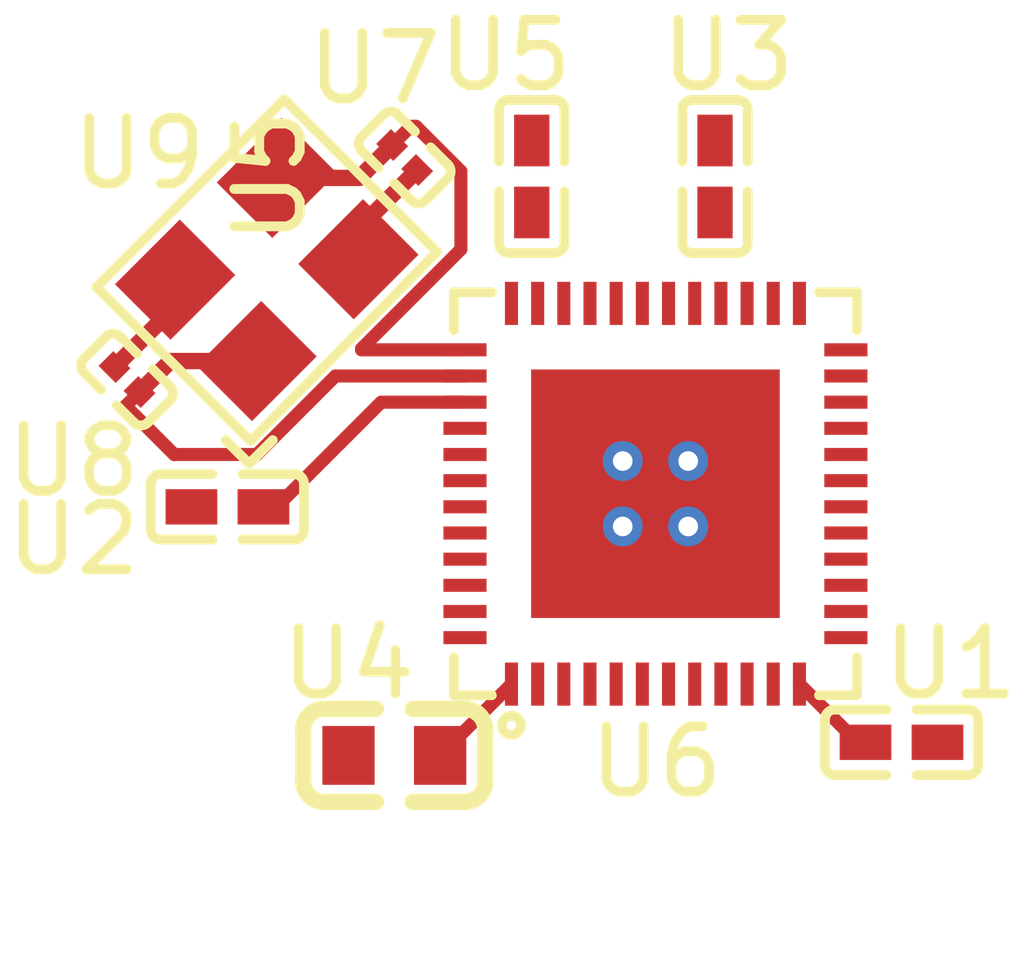
<source format=kicad_pcb>
(kicad_pcb (version 20240108) (generator "pcbnew") (generator_version "8.0")
  (layers (0 "F.Cu" signal) (31 "B.Cu" signal) (34 "B.Paste" user) (35 "F.Paste" user) (36 "B.SilkS" user "B.Silkscreen") (37 "F.SilkS" user "F.Silkscreen") (38 "B.Mask" user) (39 "F.Mask" user) (44 "Edge.Cuts" user))
  (net 0 "")
  (net 1 "P0_period_02")
  (net 2 "DCC")
  (net 3 "P0_period_20")
  (net 4 "VDD_PA")
  (net 5 "hv")
  (net 6 "P0_period_28")
  (net 7 "P0_period_04")
  (net 8 "P0_period_30")
  (net 9 "P0_period_03")
  (net 10 "P0_period_00")
  (net 11 "P0_period_22")
  (net 12 "P0_period_08")
  (net 13 "P0_period_14")
  (net 14 "ANT1")
  (net 15 "EP")
  (net 16 "P0_period_15")
  (net 17 "DEC1")
  (net 18 "P0_period_12")
  (net 19 "P0_period_11")
  (net 20 "P0_period_09")
  (net 21 "P0_period_05")
  (net 22 "P0_period_24")
  (net 23 "P0_period_21")
  (net 24 "P0_period_16")
  (net 25 "P0_period_19")
  (net 26 "P0_period_01")
  (net 27 "P0_period_18")
  (net 28 "P0_period_27")
  (net 29 "P0_period_10")
  (net 30 "P0_period_07")
  (net 31 "SWDCLK")
  (net 32 "P0_period_17")
  (net 33 "ANT2")
  (net 34 "P0_period_26")
  (net 35 "P0_period_06")
  (net 36 "DEC2")
  (net 37 "P0_period_25")
  (net 38 "P0_period_29")
  (net 39 "P0_period_13")
  (net 40 "SWDIO_slash_nRESET")
  (net 41 "gnd")
  (net 42 "P0_period_23")
  (net 43 "xin")
  (net 44 "xout")
  (footprint "atopile:C0201-a4ec75" (layer "F.Cu") (at 124.058094 89.960068 -45)
    (property "Reference" "U7" (at -1.285635 -0.637792 0) (layer "F.SilkS"))
    (property "Value" "")
    (fp_line (start -0.69 0.24) (end -0.69 -0.24) (stroke (width 0.15)) (layer "F.SilkS"))
    (fp_line (start -0.17 0.39) (end -0.53 0.39) (stroke (width 0.15)) (layer "F.SilkS"))
    (fp_line (start 0.17 0.39) (end 0.53 0.39) (stroke (width 0.15)) (layer "F.SilkS"))
    (fp_line (start -0.53 -0.39) (end -0.17 -0.39) (stroke (width 0.15)) (layer "F.SilkS"))
    (fp_line (start 0.69 0.24) (end 0.69 -0.24) (stroke (width 0.15)) (layer "F.SilkS"))
    (fp_line (start 0.53 -0.39) (end 0.17 -0.39) (stroke (width 0.15)) (layer "F.SilkS"))
    (fp_arc (start -0.529667 0.389644) (mid -0.642346 0.349657) (end -0.69 0.24) (stroke (width 0.15)) (layer "F.SilkS"))
    (fp_arc (start -0.690333 -0.239643) (mid -0.642836 -0.349658) (end -0.53 -0.39) (stroke (width 0.15)) (layer "F.SilkS"))
    (fp_arc (start 0.69 0.24) (mid 0.642347 0.349659) (end 0.529667 0.389644) (stroke (width 0.15)) (layer "F.SilkS"))
    (fp_arc (start 0.53 -0.39) (mid 0.642836 -0.349658) (end 0.690333 -0.239643) (stroke (width 0.15)) (layer "F.SilkS"))
    (pad "1" smd rect (at -0.27 0 315) (size 0.37 0.32) (layers "F.Cu" "F.Paste" "F.Mask") (net 43 "xin"))
    (pad "2" smd rect (at 0.27 0 315) (size 0.37 0.32) (layers "F.Cu" "F.Paste" "F.Mask") (net 41 "gnd"))
  )
  (footprint "lib:QFN-48_L6.0-W6.0-P0.40-BL-EP3.8" (layer "F.Cu") (at 127.89 95.1)
    (property "Reference" "U6" (hide yes))
    (property "Value" "")
    (fp_line (start -3.08 -3.08) (end -2.5 -3.08) (stroke (width 0.15)) (layer "F.SilkS"))
    (fp_line (start -3.08 -2.5) (end -3.08 -3.08) (stroke (width 0.15)) (layer "F.SilkS"))
    (fp_line (start -3.08 2.5) (end -3.08 3.08) (stroke (width 0.15)) (layer "F.SilkS"))
    (fp_line (start -3.08 3.08) (end -2.5 3.08) (stroke (width 0.15)) (layer "F.SilkS"))
    (fp_line (start 3.08 -3.08) (end 2.5 -3.08) (stroke (width 0.15)) (layer "F.SilkS"))
    (fp_line (start 3.08 -2.5) (end 3.08 -3.08) (stroke (width 0.15)) (layer "F.SilkS"))
    (fp_line (start 3.08 2.5) (end 3.08 3.08) (stroke (width 0.15)) (layer "F.SilkS"))
    (fp_line (start 3.08 3.08) (end 2.5 3.08) (stroke (width 0.15)) (layer "F.SilkS"))
    (fp_circle (center -2.2 3.54) (end -2.13 3.54) (stroke (width 0.15)) (fill none) (layer "F.SilkS"))
    (fp_text user "${REFERENCE}" (at 0.01 4.1 0) (layer "F.SilkS"))
    (pad "" thru_hole circle (at -0.5 -0.5) (size 0.61 0.61) (drill 0.3) (layers "*.Cu" "*.Paste" "*.Mask"))
    (pad "" thru_hole circle (at -0.5 0.5) (size 0.61 0.61) (drill 0.3) (layers "*.Cu" "*.Paste" "*.Mask"))
    (pad "" thru_hole circle (at 0.5 -0.5) (size 0.61 0.61) (drill 0.3) (layers "*.Cu" "*.Paste" "*.Mask"))
    (pad "" thru_hole circle (at 0.5 0.5) (size 0.61 0.61) (drill 0.3) (layers "*.Cu" "*.Paste" "*.Mask"))
    (pad "1" smd rect (at -2.2 2.91) (size 0.2 0.66) (layers "F.Cu" "F.Paste" "F.Mask") (net 5 "hv"))
    (pad "2" smd rect (at -1.8 2.91) (size 0.2 0.66) (layers "F.Cu" "F.Paste" "F.Mask") (net 2 "DCC"))
    (pad "3" smd rect (at -1.4 2.91) (size 0.2 0.66) (layers "F.Cu" "F.Paste" "F.Mask") (net 8 "P0_period_30"))
    (pad "4" smd rect (at -1 2.91) (size 0.2 0.66) (layers "F.Cu" "F.Paste" "F.Mask") (net 10 "P0_period_00"))
    (pad "5" smd rect (at -0.6 2.91) (size 0.2 0.66) (layers "F.Cu" "F.Paste" "F.Mask") (net 26 "P0_period_01"))
    (pad "6" smd rect (at -0.2 2.91) (size 0.2 0.66) (layers "F.Cu" "F.Paste" "F.Mask") (net 1 "P0_period_02"))
    (pad "7" smd rect (at 0.2 2.91) (size 0.2 0.66) (layers "F.Cu" "F.Paste" "F.Mask") (net 9 "P0_period_03"))
    (pad "8" smd rect (at 0.6 2.91) (size 0.2 0.66) (layers "F.Cu" "F.Paste" "F.Mask") (net 7 "P0_period_04"))
    (pad "9" smd rect (at 1 2.91) (size 0.2 0.66) (layers "F.Cu" "F.Paste" "F.Mask") (net 21 "P0_period_05"))
    (pad "10" smd rect (at 1.4 2.91) (size 0.2 0.66) (layers "F.Cu" "F.Paste" "F.Mask") (net 35 "P0_period_06"))
    (pad "11" smd rect (at 1.8 2.91) (size 0.2 0.66) (layers "F.Cu" "F.Paste" "F.Mask") (net 30 "P0_period_07"))
    (pad "12" smd rect (at 2.2 2.91) (size 0.2 0.66) (layers "F.Cu" "F.Paste" "F.Mask") (net 5 "hv"))
    (pad "13" smd rect (at 2.91 2.2) (size 0.66 0.2) (layers "F.Cu" "F.Paste" "F.Mask") (net 41 "gnd"))
    (pad "14" smd rect (at 2.91 1.8) (size 0.66 0.2) (layers "F.Cu" "F.Paste" "F.Mask") (net 12 "P0_period_08"))
    (pad "15" smd rect (at 2.91 1.4) (size 0.66 0.2) (layers "F.Cu" "F.Paste" "F.Mask") (net 20 "P0_period_09"))
    (pad "16" smd rect (at 2.91 1) (size 0.66 0.2) (layers "F.Cu" "F.Paste" "F.Mask") (net 29 "P0_period_10"))
    (pad "17" smd rect (at 2.91 0.6) (size 0.66 0.2) (layers "F.Cu" "F.Paste" "F.Mask") (net 19 "P0_period_11"))
    (pad "18" smd rect (at 2.91 0.2) (size 0.66 0.2) (layers "F.Cu" "F.Paste" "F.Mask") (net 18 "P0_period_12"))
    (pad "19" smd rect (at 2.91 -0.2) (size 0.66 0.2) (layers "F.Cu" "F.Paste" "F.Mask") (net 39 "P0_period_13"))
    (pad "20" smd rect (at 2.91 -0.6) (size 0.66 0.2) (layers "F.Cu" "F.Paste" "F.Mask") (net 13 "P0_period_14"))
    (pad "21" smd rect (at 2.91 -1) (size 0.66 0.2) (layers "F.Cu" "F.Paste" "F.Mask") (net 16 "P0_period_15"))
    (pad "22" smd rect (at 2.91 -1.4) (size 0.66 0.2) (layers "F.Cu" "F.Paste" "F.Mask") (net 24 "P0_period_16"))
    (pad "23" smd rect (at 2.91 -1.8) (size 0.66 0.2) (layers "F.Cu" "F.Paste" "F.Mask") (net 40 "SWDIO_slash_nRESET"))
    (pad "24" smd rect (at 2.91 -2.2) (size 0.66 0.2) (layers "F.Cu" "F.Paste" "F.Mask") (net 31 "SWDCLK"))
    (pad "25" smd rect (at 2.2 -2.91) (size 0.2 0.66) (layers "F.Cu" "F.Paste" "F.Mask") (net 32 "P0_period_17"))
    (pad "26" smd rect (at 1.8 -2.91) (size 0.2 0.66) (layers "F.Cu" "F.Paste" "F.Mask") (net 27 "P0_period_18"))
    (pad "27" smd rect (at 1.4 -2.91) (size 0.2 0.66) (layers "F.Cu" "F.Paste" "F.Mask") (net 25 "P0_period_19"))
    (pad "28" smd rect (at 1 -2.91) (size 0.2 0.66) (layers "F.Cu" "F.Paste" "F.Mask") (net 3 "P0_period_20"))
    (pad "29" smd rect (at 0.6 -2.91) (size 0.2 0.66) (layers "F.Cu" "F.Paste" "F.Mask") (net 36 "DEC2"))
    (pad "30" smd rect (at 0.2 -2.91) (size 0.2 0.66) (layers "F.Cu" "F.Paste" "F.Mask") (net 4 "VDD_PA"))
    (pad "31" smd rect (at -0.2 -2.91) (size 0.2 0.66) (layers "F.Cu" "F.Paste" "F.Mask") (net 14 "ANT1"))
    (pad "32" smd rect (at -0.6 -2.91) (size 0.2 0.66) (layers "F.Cu" "F.Paste" "F.Mask") (net 33 "ANT2"))
    (pad "33" smd rect (at -1 -2.91) (size 0.2 0.66) (layers "F.Cu" "F.Paste" "F.Mask") (net 41 "gnd"))
    (pad "34" smd rect (at -1.4 -2.91) (size 0.2 0.66) (layers "F.Cu" "F.Paste" "F.Mask") (net 41 "gnd"))
    (pad "35" smd rect (at -1.8 -2.91) (size 0.2 0.66) (layers "F.Cu" "F.Paste" "F.Mask") (net 5 "hv"))
    (pad "36" smd rect (at -2.2 -2.91) (size 0.2 0.66) (layers "F.Cu" "F.Paste" "F.Mask") (net 5 "hv"))
    (pad "37" smd rect (at -2.91 -2.2) (size 0.66 0.2) (layers "F.Cu" "F.Paste" "F.Mask") (net 43 "xin"))
    (pad "38" smd rect (at -2.91 -1.8) (size 0.66 0.2) (layers "F.Cu" "F.Paste" "F.Mask") (net 44 "xout"))
    (pad "39" smd rect (at -2.91 -1.4) (size 0.66 0.2) (layers "F.Cu" "F.Paste" "F.Mask") (net 17 "DEC1"))
    (pad "40" smd rect (at -2.91 -1) (size 0.66 0.2) (layers "F.Cu" "F.Paste" "F.Mask") (net 23 "P0_period_21"))
    (pad "41" smd rect (at -2.91 -0.6) (size 0.66 0.2) (layers "F.Cu" "F.Paste" "F.Mask") (net 11 "P0_period_22"))
    (pad "42" smd rect (at -2.91 -0.2) (size 0.66 0.2) (layers "F.Cu" "F.Paste" "F.Mask") (net 42 "P0_period_23"))
    (pad "43" smd rect (at -2.91 0.2) (size 0.66 0.2) (layers "F.Cu" "F.Paste" "F.Mask") (net 22 "P0_period_24"))
    (pad "44" smd rect (at -2.91 0.6) (size 0.66 0.2) (layers "F.Cu" "F.Paste" "F.Mask") (net 37 "P0_period_25"))
    (pad "45" smd rect (at -2.91 1) (size 0.66 0.2) (layers "F.Cu" "F.Paste" "F.Mask") (net 34 "P0_period_26"))
    (pad "46" smd rect (at -2.91 1.4) (size 0.66 0.2) (layers "F.Cu" "F.Paste" "F.Mask") (net 28 "P0_period_27"))
    (pad "47" smd rect (at -2.91 1.8) (size 0.66 0.2) (layers "F.Cu" "F.Paste" "F.Mask") (net 6 "P0_period_28"))
    (pad "48" smd rect (at -2.91 2.2) (size 0.66 0.2) (layers "F.Cu" "F.Paste" "F.Mask") (net 38 "P0_period_29"))
    (pad "49" smd rect (at 0 0) (size 3.8 3.8) (layers "F.Cu" "F.Paste" "F.Mask") (net 15 "EP"))
  )
  (footprint "atopile:C0603-bd72f6" (layer "F.Cu") (at 123.9 99.1 180)
    (property "Reference" "U4" (at 0.7 1.4 0) (layer "F.SilkS"))
    (property "Value" "4.7µF ±10% 10V X5R" (hide yes))
    (fp_line (start 1.39 -0.4) (end 1.39 0.4) (stroke (width 0.25)) (layer "F.SilkS"))
    (fp_line (start 0.28 0.71) (end 1.08 0.71) (stroke (width 0.25)) (layer "F.SilkS"))
    (fp_line (start 0.28 -0.71) (end 1.08 -0.71) (stroke (width 0.25)) (layer "F.SilkS"))
    (fp_line (start -0.28 0.71) (end -1.08 0.71) (stroke (width 0.25)) (layer "F.SilkS"))
    (fp_line (start -0.28 -0.71) (end -1.08 -0.71) (stroke (width 0.25)) (layer "F.SilkS"))
    (fp_line (start -1.39 0.4) (end -1.39 -0.4) (stroke (width 0.25)) (layer "F.SilkS"))
    (fp_arc (start 1.39 0.4) (mid 1.299203 0.619203) (end 1.08 0.71) (stroke (width 0.25)) (layer "F.SilkS"))
    (fp_arc (start 1.08 -0.71) (mid 1.299203 -0.619203) (end 1.39 -0.4) (stroke (width 0.25)) (layer "F.SilkS"))
    (fp_arc (start -1.08 0.71) (mid -1.299203 0.619203) (end -1.39 0.4) (stroke (width 0.25)) (layer "F.SilkS"))
    (fp_arc (start -1.39 -0.4) (mid -1.299203 -0.619203) (end -1.08 -0.71) (stroke (width 0.25)) (layer "F.SilkS"))
    (pad "1" smd rect (at -0.7 0 180) (size 0.8 0.9) (layers "F.Cu" "F.Paste" "F.Mask") (net 5 "hv"))
    (pad "2" smd rect (at 0.7 0 180) (size 0.8 0.9) (layers "F.Cu" "F.Paste" "F.Mask") (net 41 "gnd"))
  )
  (footprint "lib:OSC-SMD_4P-L3.2-W2.5-BL" (layer "F.Cu") (at 121.950916 91.671267 45)
    (property "Reference" "U9" (hide yes))
    (property "Value" "")
    (fp_line (start -2.03 -1.65) (end 2.03 -1.65) (stroke (width 0.15)) (layer "F.SilkS"))
    (fp_line (start -2.29 1.4) (end -2.29 1.909999) (stroke (width 0.15)) (layer "F.SilkS"))
    (fp_line (start -2.29 1.909999) (end -1.78 1.91) (stroke (width 0.15)) (layer "F.SilkS"))
    (fp_line (start -2.03 1.68) (end -2.03 -1.65) (stroke (width 0.15)) (layer "F.SilkS"))
    (fp_line (start 2.03 -1.65) (end 2.03 0) (stroke (width 0.15)) (layer "F.SilkS"))
    (fp_line (start 2.03 0) (end 2.03 1.65) (stroke (width 0.15)) (layer "F.SilkS"))
    (fp_line (start 2.03 1.65) (end -2.03 1.68) (stroke (width 0.15)) (layer "F.SilkS"))
    (fp_line (start 2.03 1.65) (end 2.03 1.65) (stroke (width 0.15)) (layer "F.SilkS"))
    (fp_text user "${REFERENCE}" (at -0.127031 -2.631981 0) (layer "F.SilkS"))
    (pad "1" smd rect (at -1.099999 0.88 45) (size 1.4 1.2) (layers "F.Cu" "F.Paste" "F.Mask") (net 44 "xout"))
    (pad "2" smd rect (at 1.099999 0.88 45) (size 1.4 1.2) (layers "F.Cu" "F.Paste" "F.Mask") (net 41 "gnd"))
    (pad "3" smd rect (at 1.099999 -0.88 45) (size 1.4 1.2) (layers "F.Cu" "F.Paste" "F.Mask") (net 43 "xin"))
    (pad "4" smd rect (at -1.099999 -0.88 45) (size 1.4 1.2) (layers "F.Cu" "F.Paste" "F.Mask") (net 41 "gnd"))
  )
  (footprint "atopile:C0402-b3ef17" (layer "F.Cu") (at 121.35 95.3 180)
    (property "Reference" "U2" (at 2.35 -0.5 0) (layer "F.SilkS"))
    (property "Value" "100nF ±10% 16V X7R" (hide yes))
    (fp_line (start 1.17 0.35) (end 1.17 -0.35) (stroke (width 0.15)) (layer "F.SilkS"))
    (fp_line (start 1.02 -0.5) (end 0.23 -0.5) (stroke (width 0.15)) (layer "F.SilkS"))
    (fp_line (start 0.23 0.5) (end 1.02 0.5) (stroke (width 0.15)) (layer "F.SilkS"))
    (fp_line (start -0.23 0.5) (end -1.02 0.5) (stroke (width 0.15)) (layer "F.SilkS"))
    (fp_line (start -1.02 -0.5) (end -0.23 -0.5) (stroke (width 0.15)) (layer "F.SilkS"))
    (fp_line (start -1.17 0.35) (end -1.17 -0.35) (stroke (width 0.15)) (layer "F.SilkS"))
    (fp_arc (start 1.17 0.35) (mid 1.126066 0.456066) (end 1.02 0.5) (stroke (width 0.15)) (layer "F.SilkS"))
    (fp_arc (start 1.02 -0.5) (mid 1.126066 -0.456066) (end 1.17 -0.35) (stroke (width 0.15)) (layer "F.SilkS"))
    (fp_arc (start -1.02 0.5) (mid -1.126066 0.456066) (end -1.17 0.35) (stroke (width 0.15)) (layer "F.SilkS"))
    (fp_arc (start -1.17 -0.35) (mid -1.126066 -0.456066) (end -1.02 -0.5) (stroke (width 0.15)) (layer "F.SilkS"))
    (pad "1" smd rect (at -0.55 0 180) (size 0.79 0.54) (layers "F.Cu" "F.Paste" "F.Mask") (net 17 "DEC1"))
    (pad "2" smd rect (at 0.55 0 180) (size 0.79 0.54) (layers "F.Cu" "F.Paste" "F.Mask") (net 41 "gnd"))
  )
  (footprint "atopile:C0402-b3ef17" (layer "F.Cu") (at 131.65 98.9)
    (property "Reference" "U1" (at 0.75 -1.2 0) (layer "F.SilkS"))
    (property "Value" "1nF ±10% 50V X7R" (hide yes))
    (fp_line (start -1.17 0.35) (end -1.17 -0.35) (stroke (width 0.15)) (layer "F.SilkS"))
    (fp_line (start -1.02 -0.5) (end -0.23 -0.5) (stroke (width 0.15)) (layer "F.SilkS"))
    (fp_line (start -0.23 0.5) (end -1.02 0.5) (stroke (width 0.15)) (layer "F.SilkS"))
    (fp_line (start 0.23 0.5) (end 1.02 0.5) (stroke (width 0.15)) (layer "F.SilkS"))
    (fp_line (start 1.02 -0.5) (end 0.23 -0.5) (stroke (width 0.15)) (layer "F.SilkS"))
    (fp_line (start 1.17 0.35) (end 1.17 -0.35) (stroke (width 0.15)) (layer "F.SilkS"))
    (fp_arc (start -1.17 -0.35) (mid -1.126066 -0.456066) (end -1.02 -0.5) (stroke (width 0.15)) (layer "F.SilkS"))
    (fp_arc (start -1.02 0.5) (mid -1.126066 0.456066) (end -1.17 0.35) (stroke (width 0.15)) (layer "F.SilkS"))
    (fp_arc (start 1.02 -0.5) (mid 1.126066 -0.456066) (end 1.17 -0.35) (stroke (width 0.15)) (layer "F.SilkS"))
    (fp_arc (start 1.17 0.35) (mid 1.126066 0.456066) (end 1.02 0.5) (stroke (width 0.15)) (layer "F.SilkS"))
    (pad "1" smd rect (at -0.55 0) (size 0.79 0.54) (layers "F.Cu" "F.Paste" "F.Mask") (net 5 "hv"))
    (pad "2" smd rect (at 0.55 0) (size 0.79 0.54) (layers "F.Cu" "F.Paste" "F.Mask") (net 41 "gnd"))
  )
  (footprint "atopile:C0402-b3ef17" (layer "F.Cu") (at 128.8 90.25 90)
    (property "Reference" "U3" (at 1.85 0.2 180) (layer "F.SilkS"))
    (property "Value" "47nF ±10% 50V X7R" (hide yes))
    (fp_line (start 1.02 -0.5) (end 0.23 -0.5) (stroke (width 0.15)) (layer "F.SilkS"))
    (fp_line (start -1.02 -0.5) (end -0.23 -0.5) (stroke (width 0.15)) (layer "F.SilkS"))
    (fp_line (start 1.17 0.35) (end 1.17 -0.35) (stroke (width 0.15)) (layer "F.SilkS"))
    (fp_line (start -1.17 0.35) (end -1.17 -0.35) (stroke (width 0.15)) (layer "F.SilkS"))
    (fp_line (start 0.23 0.5) (end 1.02 0.5) (stroke (width 0.15)) (layer "F.SilkS"))
    (fp_line (start -0.23 0.5) (end -1.02 0.5) (stroke (width 0.15)) (layer "F.SilkS"))
    (fp_arc (start 1.02 -0.5) (mid 1.126066 -0.456066) (end 1.17 -0.35) (stroke (width 0.15)) (layer "F.SilkS"))
    (fp_arc (start -1.17 -0.35) (mid -1.126066 -0.456066) (end -1.02 -0.5) (stroke (width 0.15)) (layer "F.SilkS"))
    (fp_arc (start 1.17 0.35) (mid 1.126066 0.456066) (end 1.02 0.5) (stroke (width 0.15)) (layer "F.SilkS"))
    (fp_arc (start -1.02 0.5) (mid -1.126066 0.456066) (end -1.17 0.35) (stroke (width 0.15)) (layer "F.SilkS"))
    (pad "1" smd rect (at -0.55 0 90) (size 0.79 0.54) (layers "F.Cu" "F.Paste" "F.Mask") (net 36 "DEC2"))
    (pad "2" smd rect (at 0.55 0 90) (size 0.79 0.54) (layers "F.Cu" "F.Paste" "F.Mask") (net 41 "gnd"))
  )
  (footprint "atopile:C0201-a4ec75" (layer "F.Cu") (at 119.815454 93.354181 135)
    (property "Reference" "U8" (hide yes))
    (property "Value" "")
    (fp_line (start 0.53 -0.39) (end 0.17 -0.39) (stroke (width 0.15)) (layer "F.SilkS"))
    (fp_line (start 0.69 0.24) (end 0.69 -0.24) (stroke (width 0.15)) (layer "F.SilkS"))
    (fp_line (start -0.53 -0.39) (end -0.17 -0.39) (stroke (width 0.15)) (layer "F.SilkS"))
    (fp_line (start 0.17 0.39) (end 0.53 0.39) (stroke (width 0.15)) (layer "F.SilkS"))
    (fp_line (start -0.17 0.39) (end -0.53 0.39) (stroke (width 0.15)) (layer "F.SilkS"))
    (fp_line (start -0.69 0.24) (end -0.69 -0.24) (stroke (width 0.15)) (layer "F.SilkS"))
    (fp_arc (start 0.53 -0.39) (mid 0.642836 -0.349658) (end 0.690333 -0.239643) (stroke (width 0.15)) (layer "F.SilkS"))
    (fp_arc (start 0.69 0.24) (mid 0.642347 0.349659) (end 0.529667 0.389644) (stroke (width 0.15)) (layer "F.SilkS"))
    (fp_arc (start -0.690333 -0.239643) (mid -0.642836 -0.349658) (end -0.53 -0.39) (stroke (width 0.15)) (layer "F.SilkS"))
    (fp_arc (start -0.529667 0.389644) (mid -0.642346 0.349657) (end -0.69 0.24) (stroke (width 0.15)) (layer "F.SilkS"))
    (fp_text user "${REFERENCE}" (at -0.304314 -1.45754 0) (layer "F.SilkS"))
    (pad "1" smd rect (at -0.27 0 135) (size 0.37 0.32) (layers "F.Cu" "F.Paste" "F.Mask") (net 44 "xout"))
    (pad "2" smd rect (at 0.27 0 135) (size 0.37 0.32) (layers "F.Cu" "F.Paste" "F.Mask") (net 41 "gnd"))
  )
  (footprint "atopile:C0402-b3ef17" (layer "F.Cu") (at 126 90.25 90)
    (property "Reference" "U5" (at 1.85 -0.4 180) (layer "F.SilkS"))
    (property "Value" "100nF ±10% 16V X7R" (hide yes))
    (fp_line (start 1.02 -0.5) (end 0.23 -0.5) (stroke (width 0.15)) (layer "F.SilkS"))
    (fp_line (start -1.02 -0.5) (end -0.23 -0.5) (stroke (width 0.15)) (layer "F.SilkS"))
    (fp_line (start 1.17 0.35) (end 1.17 -0.35) (stroke (width 0.15)) (layer "F.SilkS"))
    (fp_line (start -1.17 0.35) (end -1.17 -0.35) (stroke (width 0.15)) (layer "F.SilkS"))
    (fp_line (start 0.23 0.5) (end 1.02 0.5) (stroke (width 0.15)) (layer "F.SilkS"))
    (fp_line (start -0.23 0.5) (end -1.02 0.5) (stroke (width 0.15)) (layer "F.SilkS"))
    (fp_arc (start 1.02 -0.5) (mid 1.126066 -0.456066) (end 1.17 -0.35) (stroke (width 0.15)) (layer "F.SilkS"))
    (fp_arc (start -1.17 -0.35) (mid -1.126066 -0.456066) (end -1.02 -0.5) (stroke (width 0.15)) (layer "F.SilkS"))
    (fp_arc (start 1.17 0.35) (mid 1.126066 0.456066) (end 1.02 0.5) (stroke (width 0.15)) (layer "F.SilkS"))
    (fp_arc (start -1.02 0.5) (mid -1.126066 0.456066) (end -1.17 0.35) (stroke (width 0.15)) (layer "F.SilkS"))
    (fp_text user "${REFERENCE}" (at 0 -4 90) (layer "F.SilkS"))
    (pad "1" smd rect (at -0.55 0 90) (size 0.79 0.54) (layers "F.Cu" "F.Paste" "F.Mask") (net 5 "hv"))
    (pad "2" smd rect (at 0.55 0 90) (size 0.79 0.54) (layers "F.Cu" "F.Paste" "F.Mask") (net 41 "gnd"))
  )
  (segment (start 125.69 98.01) (end 124.6 99.1) (width 0.2) (layer "F.Cu") (net 5))
  (segment (start 130.98 98.9) (end 131.1 98.9) (width 0.2) (layer "F.Cu") (net 5))
  (segment (start 130.09 98.01) (end 130.98 98.9) (width 0.2) (layer "F.Cu") (net 5))
  (segment (start 122.1 95.3) (end 121.9 95.3) (width 0.2) (layer "F.Cu") (net 17))
  (segment (start 124.98 93.7) (end 123.7 93.7) (width 0.2) (layer "F.Cu") (net 17))
  (segment (start 123.7 93.7) (end 122.1 95.3) (width 0.2) (layer "F.Cu") (net 17))
  (segment (start 120.550845 92.236952) (end 120.550845 91.82683) (width 0.25) (layer "F.Cu") (net 41))
  (segment (start 124.249013 90.150987) (end 123.350987 91.049013) (width 0.25) (layer "F.Cu") (net 41))
  (segment (start 123.350987 91.049013) (end 123.350987 91.515703) (width 0.25) (layer "F.Cu") (net 41))
  (segment (start 119.624535 93.163262) (end 120.550845 92.236952) (width 0.25) (layer "F.Cu") (net 41))
  (segment (start 123.4 92.880904) (end 124.917229 91.363675) (width 0.2) (layer "F.Cu") (net 43))
  (segment (start 123.867175 89.76915) (end 123.36513 90.271195) (width 0.25) (layer "F.Cu") (net 43))
  (segment (start 124.231335 89.482771) (end 124.153554 89.482771) (width 0.2) (layer "F.Cu") (net 43))
  (segment (start 124.153554 89.482771) (end 123.867175 89.76915) (width 0.2) (layer "F.Cu") (net 43))
  (segment (start 123.4 92.9) (end 123.4 92.880904) (width 0.2) (layer "F.Cu") (net 43))
  (segment (start 123.36513 90.271195) (end 122.10648 90.271195) (width 0.25) (layer "F.Cu") (net 43))
  (segment (start 124.917229 90.168665) (end 124.231335 89.482771) (width 0.2) (layer "F.Cu") (net 43))
  (segment (start 124.98 92.9) (end 123.4 92.9) (width 0.2) (layer "F.Cu") (net 43))
  (segment (start 124.917229 91.363675) (end 124.917229 90.168665) (width 0.2) (layer "F.Cu") (net 43))
  (segment (start 120.006372 93.5451) (end 120.480134 93.071338) (width 0.25) (layer "F.Cu") (net 44))
  (segment (start 120.006372 93.5451) (end 119.79424 93.757232) (width 0.2) (layer "F.Cu") (net 44))
  (segment (start 123 93.3) (end 124.98 93.3) (width 0.2) (layer "F.Cu") (net 44))
  (segment (start 120.480134 93.071338) (end 121.795353 93.071338) (width 0.25) (layer "F.Cu") (net 44))
  (segment (start 120.537008 94.5) (end 121.8 94.5) (width 0.2) (layer "F.Cu") (net 44))
  (segment (start 119.79424 93.757232) (end 120.537008 94.5) (width 0.2) (layer "F.Cu") (net 44))
  (segment (start 121.8 94.5) (end 123 93.3) (width 0.2) (layer "F.Cu") (net 44))
)
</source>
